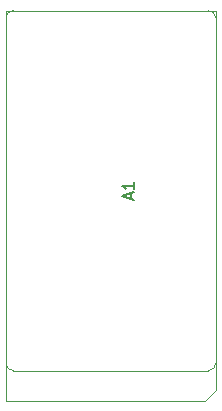
<source format=gbr>
%TF.GenerationSoftware,KiCad,Pcbnew,5.1.7+dfsg1-1~bpo10+1*%
%TF.CreationDate,Date%
%TF.ProjectId,ProMicro_TEST,50726f4d-6963-4726-9f5f-544553542e6b,v1.0*%
%TF.SameCoordinates,Original*%
%TF.FileFunction,Other,Fab,Top*%
%FSLAX45Y45*%
G04 Gerber Fmt 4.5, Leading zero omitted, Abs format (unit mm)*
G04 Created by KiCad*
%MOMM*%
%LPD*%
G01*
G04 APERTURE LIST*
%TA.AperFunction,Profile*%
%ADD10C,0.100000*%
%TD*%
%ADD11C,0.100000*%
%ADD12C,0.150000*%
G04 APERTURE END LIST*
D10*
X127000Y2857500D02*
X127000Y-63500D01*
X-1651000Y-63500D02*
X-1651000Y2857500D01*
X-1587500Y-127000D02*
G75*
G02*
X-1651000Y-63500I0J63500D01*
G01*
X127000Y-63500D02*
G75*
G02*
X63500Y-127000I-63500J0D01*
G01*
X63500Y2921000D02*
G75*
G02*
X127000Y2857500I0J-63500D01*
G01*
X-1651000Y2857500D02*
G75*
G02*
X-1587500Y2921000I63500J0D01*
G01*
X63500Y-127000D02*
X-1587500Y-127000D01*
X-1587500Y2921000D02*
X63500Y2921000D01*
D11*
X-1651000Y2921000D02*
X127000Y2921000D01*
X127000Y2921000D02*
X127000Y-292100D01*
X38100Y-381000D02*
X127000Y-292100D01*
X38100Y-381000D02*
X-1651000Y-381000D01*
X-1651000Y-381000D02*
X-1651000Y2921000D01*
D12*
X-592933Y1325572D02*
X-592933Y1373191D01*
X-564362Y1316048D02*
X-664362Y1349381D01*
X-564362Y1382714D01*
X-564362Y1468429D02*
X-564362Y1411286D01*
X-564362Y1439857D02*
X-664362Y1439857D01*
X-650076Y1430333D01*
X-640552Y1420810D01*
X-635791Y1411286D01*
M02*

</source>
